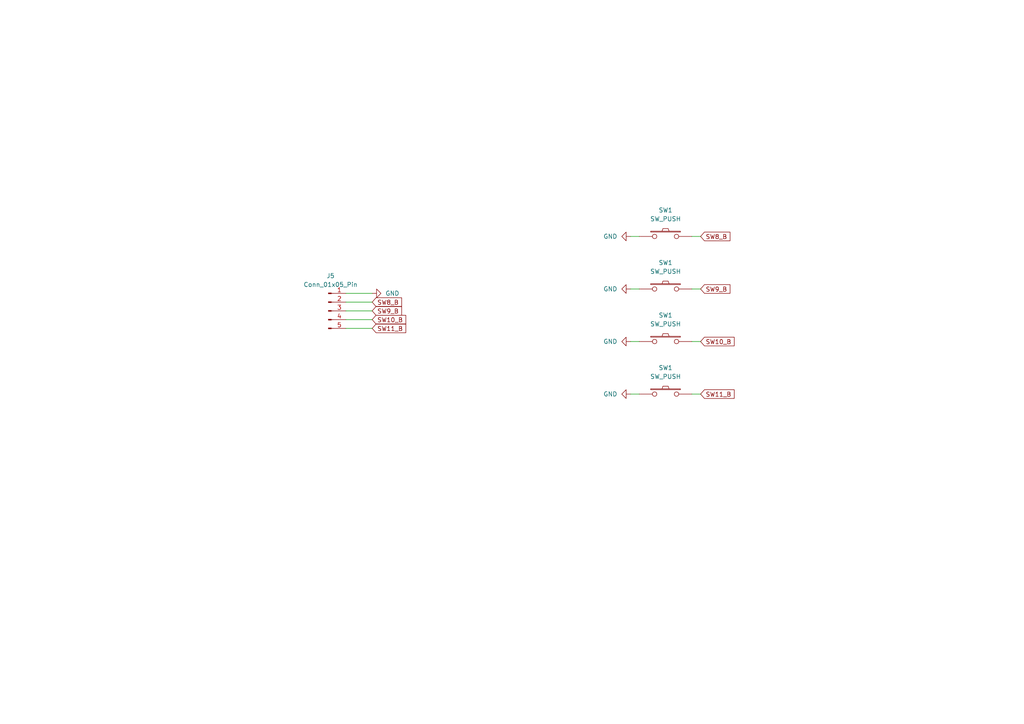
<source format=kicad_sch>
(kicad_sch (version 20230121) (generator eeschema)
  (paper "A4")
  (lib_symbols
    (symbol "Connector:Conn_01x05_Pin" (pin_names (offset 1.016) hide)
      (property "Reference" "J" (at 0 7.62 0))
      (property "Value" "Conn_01x05_Pin" (at 0 -7.62 0))
      (symbol "Conn_01x05_Pin_1_1"
        (polyline (pts (xy 1.27 -5.08) (xy 0.8636 -5.08)) (stroke (width 0.1524)))
        (polyline (pts (xy 1.27 -2.54) (xy 0.8636 -2.54)) (stroke (width 0.1524)))
        (polyline (pts (xy 1.27 0) (xy 0.8636 0)) (stroke (width 0.1524)))
        (polyline (pts (xy 1.27 2.54) (xy 0.8636 2.54)) (stroke (width 0.1524)))
        (polyline (pts (xy 1.27 5.08) (xy 0.8636 5.08)) (stroke (width 0.1524)))
        (rectangle (start 0.8636 -4.953) (end 0 -5.207) (stroke (width 0.1524)) (fill (type outline)))
        (rectangle (start 0.8636 -2.413) (end 0 -2.667) (stroke (width 0.1524)) (fill (type outline)))
        (rectangle (start 0.8636 0.127) (end 0 -0.127) (stroke (width 0.1524)) (fill (type outline)))
        (rectangle (start 0.8636 2.667) (end 0 2.413) (stroke (width 0.1524)) (fill (type outline)))
        (rectangle (start 0.8636 5.207) (end 0 4.953) (stroke (width 0.1524)) (fill (type outline)))
        (pin passive line (at 5.08 5.08 180) (length 3.81) (name "Pin_1") (number "1"))
        (pin passive line (at 5.08 2.54 180) (length 3.81) (name "Pin_2") (number "2"))
        (pin passive line (at 5.08 0 180) (length 3.81) (name "Pin_3") (number "3"))
        (pin passive line (at 5.08 -2.54 180) (length 3.81) (name "Pin_4") (number "4"))
        (pin passive line (at 5.08 -5.08 180) (length 3.81) (name "Pin_5") (number "5"))
      )
    )
    (symbol "kbd:SW_PUSH" (pin_numbers hide) (pin_names (offset 1.016) hide)
      (property "Reference" "SW" (at 3.81 2.794 0))
      (property "Value" "SW_PUSH" (at 0 -2.032 0))
      (symbol "SW_PUSH_0_1"
        (rectangle (start -4.318 1.27) (end 4.318 1.524))
        (polyline (pts (xy -1.016 1.524) (xy -0.762 2.286) (xy 0.762 2.286) (xy 1.016 1.524)))
        (pin passive inverted (at -7.62 0 0) (length 5.08) (name "1") (number "1"))
        (pin passive inverted (at 7.62 0 180) (length 5.08) (name "2") (number "2"))
      )
    )
    (symbol "power:GND" (power) (pin_names (offset 0))
      (property "Value" "GND" (at 0 -3.81 0))
      (symbol "GND_0_1"
        (polyline (pts (xy 0 0) (xy 0 -1.27) (xy 1.27 -1.27) (xy 0 -2.54) (xy -1.27 -1.27) (xy 0 -1.27)))
      )
      (symbol "GND_1_1"
        (pin power_in line (at 0 0 270) (length 0) hide (name "GND") (number "1"))
      )
    )
  )
  (wire (pts (xy 200.66 83.82) (xy 203.2 83.82)))
  (wire (pts (xy 200.66 68.58) (xy 203.2 68.58)))
  (wire (pts (xy 200.66 99.06) (xy 203.2 99.06)))
  (wire (pts (xy 100.33 85.09) (xy 107.95 85.09)))
  (wire (pts (xy 200.66 114.3) (xy 203.2 114.3)))
  (wire (pts (xy 182.88 83.82) (xy 185.42 83.82)))
  (wire (pts (xy 182.88 99.06) (xy 185.42 99.06)))
  (wire (pts (xy 182.88 68.58) (xy 185.42 68.58)))
  (wire (pts (xy 182.88 114.3) (xy 185.42 114.3)))
  (wire (pts (xy 100.33 92.71) (xy 107.95 92.71)))
  (wire (pts (xy 100.33 90.17) (xy 107.95 90.17)))
  (wire (pts (xy 100.33 95.25) (xy 107.95 95.25)))
  (wire (pts (xy 100.33 87.63) (xy 107.95 87.63)))
  (global_label "SW8_B" (shape input) (at 203.2 68.58 0) (property "Intersheetrefs" "${INTERSHEET_REFS}" (effects hide)))
  (global_label "SW10_B" (shape input) (at 203.2 99.06 0) (property "Intersheetrefs" "${INTERSHEET_REFS}" (effects hide)))
  (global_label "SW11_B" (shape input) (at 107.95 95.25 0) (property "Intersheetrefs" "${INTERSHEET_REFS}" (effects hide)))
  (global_label "SW10_B" (shape input) (at 107.95 92.71 0) (property "Intersheetrefs" "${INTERSHEET_REFS}" (effects hide)))
  (global_label "SW11_B" (shape input) (at 203.2 114.3 0) (property "Intersheetrefs" "${INTERSHEET_REFS}" (effects hide)))
  (global_label "SW9_B" (shape input) (at 107.95 90.17 0) (property "Intersheetrefs" "${INTERSHEET_REFS}" (effects hide)))
  (global_label "SW8_B" (shape input) (at 107.95 87.63 0) (property "Intersheetrefs" "${INTERSHEET_REFS}" (effects hide)))
  (global_label "SW9_B" (shape input) (at 203.2 83.82 0) (property "Intersheetrefs" "${INTERSHEET_REFS}" (effects hide)))
  (symbol (lib_id "Connector:Conn_01x05_Pin") (at 95.25 90.17 0) (unit 1)
    (property "Reference" "J5" (at 95.885 80.01 0))
    (property "Value" "Conn_01x05_Pin" (at 95.885 82.55 0))
    (property "Footprint" "0:CONN-TH_S5B-ZR-LF-SN" (effects hide))
    (property "LCSC" "C265404" (effects hide))
  )
  (symbol (lib_id "kbd:SW_PUSH") (at 193.04 99.06 0) (unit 1)
    (property "Reference" "SW1" (at 193.04 91.44 0))
    (property "Value" "SW_PUSH" (at 193.04 93.98 0))
    (property "Footprint" "0:SW-TH_L6.2-W6.2-P5.00" (effects hide))
    (property "LCSC" "C400268" (effects hide))
    (instances (project "Chip_Sencor2" (path "" (reference "SW1") (unit 1)) (path "" (reference "SW10") (unit 1))))
  )
  (symbol (lib_id "kbd:SW_PUSH") (at 193.04 114.3 0) (unit 1)
    (property "Reference" "SW1" (at 193.04 106.68 0))
    (property "Value" "SW_PUSH" (at 193.04 109.22 0))
    (property "Footprint" "0:SW-TH_L6.2-W6.2-P5.00" (effects hide))
    (property "LCSC" "C400268" (effects hide))
    (instances (project "Chip_Sencor2" (path "" (reference "SW1") (unit 1)) (path "" (reference "SW11") (unit 1))))
  )
  (symbol (lib_id "power:GND") (at 107.95 85.09 90) (mirror x) (unit 1)
    (property "Reference" "#PWR020" (effects hide))
    (property "Value" "GND" (at 111.76 85.09 90) (effects (justify right)))
    (instances (project "Chip_Sencor2" (path "" (reference "#PWR020") (unit 1)) (path "" (reference "#PWR035") (unit 1))))
  )
  (symbol (lib_id "kbd:SW_PUSH") (at 193.04 68.58 0) (unit 1)
    (property "Reference" "SW1" (at 193.04 60.96 0))
    (property "Value" "SW_PUSH" (at 193.04 63.5 0))
    (property "Footprint" "0:SW-TH_L6.2-W6.2-P5.00" (effects hide))
    (property "LCSC" "C400268" (effects hide))
    (instances (project "Chip_Sencor2" (path "" (reference "SW1") (unit 1)) (path "" (reference "SW8") (unit 1))))
  )
  (symbol (lib_id "power:GND") (at 182.88 114.3 270) (unit 1)
    (property "Reference" "#PWR020" (effects hide))
    (property "Value" "GND" (at 179.07 114.3 90) (effects (justify right)))
    (instances (project "Chip_Sencor2" (path "" (reference "#PWR020") (unit 1)) (path "" (reference "#PWR033") (unit 1))))
  )
  (symbol (lib_id "power:GND") (at 182.88 99.06 270) (unit 1)
    (property "Reference" "#PWR020" (effects hide))
    (property "Value" "GND" (at 179.07 99.06 90) (effects (justify right)))
    (instances (project "Chip_Sencor2" (path "" (reference "#PWR020") (unit 1)) (path "" (reference "#PWR027") (unit 1))))
  )
  (symbol (lib_id "power:GND") (at 182.88 68.58 270) (unit 1)
    (property "Reference" "#PWR020" (effects hide))
    (property "Value" "GND" (at 179.07 68.58 90) (effects (justify right)))
    (instances (project "Chip_Sencor2" (path "" (reference "#PWR020") (unit 1)) (path "" (reference "#PWR07") (unit 1))))
  )
  (symbol (lib_id "kbd:SW_PUSH") (at 193.04 83.82 0) (unit 1)
    (property "Reference" "SW1" (at 193.04 76.2 0))
    (property "Value" "SW_PUSH" (at 193.04 78.74 0))
    (property "Footprint" "0:SW-TH_L6.2-W6.2-P5.00" (effects hide))
    (property "LCSC" "C400268" (effects hide))
    (instances (project "Chip_Sencor2" (path "" (reference "SW1") (unit 1)) (path "" (reference "SW9") (unit 1))))
  )
  (symbol (lib_id "power:GND") (at 182.88 83.82 270) (unit 1)
    (property "Reference" "#PWR020" (effects hide))
    (property "Value" "GND" (at 179.07 83.82 90) (effects (justify right)))
    (instances (project "Chip_Sencor2" (path "" (reference "#PWR020") (unit 1)) (path "" (reference "#PWR032") (unit 1))))
  )
)
</source>
